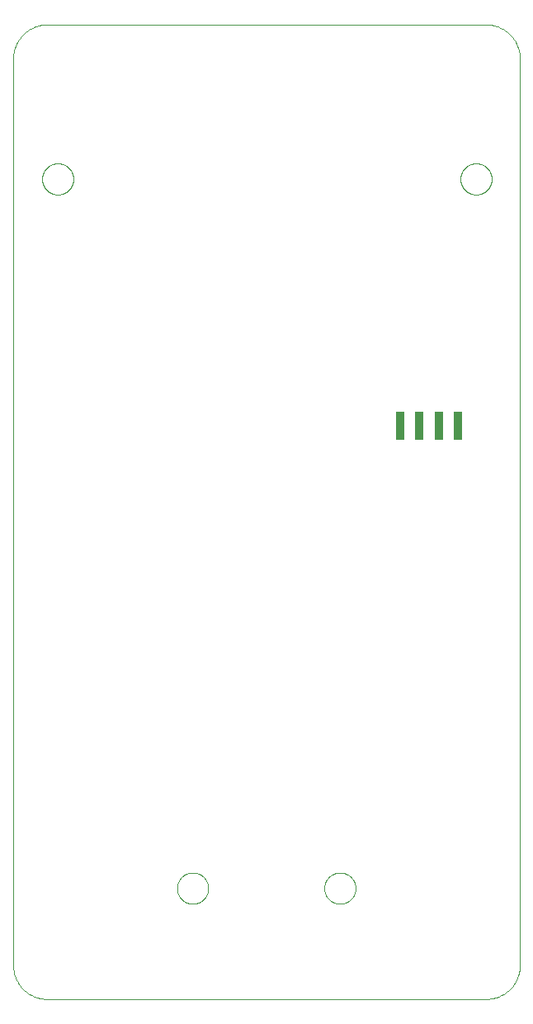
<source format=gbp>
G75*
%MOIN*%
%OFA0B0*%
%FSLAX25Y25*%
%IPPOS*%
%LPD*%
%AMOC8*
5,1,8,0,0,1.08239X$1,22.5*
%
%ADD10C,0.00394*%
%ADD11C,0.00000*%
%ADD12R,0.03543X0.11811*%
D10*
X0008956Y0012414D02*
X0008781Y0012826D01*
X0008606Y0013238D01*
X0008450Y0013660D01*
X0008181Y0014521D01*
X0008067Y0014961D01*
X0007975Y0015408D01*
X0007882Y0015856D01*
X0007812Y0016311D01*
X0007765Y0016773D01*
X0007718Y0017234D01*
X0007693Y0017703D01*
X0007693Y0384792D01*
X0007718Y0385260D01*
X0007812Y0386183D01*
X0007882Y0386639D01*
X0007975Y0387086D01*
X0008067Y0387533D01*
X0008181Y0387973D01*
X0008316Y0388404D01*
X0008450Y0388835D01*
X0008606Y0389257D01*
X0008781Y0389668D01*
X0008956Y0390080D01*
X0009150Y0390482D01*
X0009363Y0390872D01*
X0009576Y0391263D01*
X0009807Y0391642D01*
X0010055Y0392008D01*
X0010303Y0392375D01*
X0010569Y0392729D01*
X0010850Y0393070D01*
X0011131Y0393411D01*
X0011429Y0393738D01*
X0011741Y0394050D01*
X0012053Y0394362D01*
X0012380Y0394659D01*
X0012721Y0394941D01*
X0013061Y0395222D01*
X0013416Y0395488D01*
X0013782Y0395736D01*
X0014149Y0395984D01*
X0014528Y0396215D01*
X0014919Y0396428D01*
X0015309Y0396641D01*
X0015711Y0396835D01*
X0016122Y0397010D01*
X0016534Y0397185D01*
X0016956Y0397341D01*
X0017387Y0397475D01*
X0017818Y0397610D01*
X0018257Y0397724D01*
X0019152Y0397908D01*
X0019607Y0397979D01*
X0020069Y0398026D01*
X0020531Y0398073D01*
X0020999Y0398098D01*
X0199112Y0398098D01*
X0199580Y0398073D01*
X0200042Y0398026D01*
X0200504Y0397979D01*
X0200959Y0397908D01*
X0201854Y0397724D01*
X0202293Y0397610D01*
X0202724Y0397475D01*
X0203155Y0397341D01*
X0203577Y0397185D01*
X0203989Y0397010D01*
X0204400Y0396835D01*
X0204802Y0396641D01*
X0205192Y0396428D01*
X0205583Y0396215D01*
X0205962Y0395984D01*
X0206695Y0395488D01*
X0207050Y0395222D01*
X0207731Y0394659D01*
X0208058Y0394362D01*
X0208682Y0393738D01*
X0208980Y0393411D01*
X0209261Y0393070D01*
X0209542Y0392729D01*
X0209808Y0392375D01*
X0210056Y0392008D01*
X0210304Y0391642D01*
X0210535Y0391263D01*
X0210748Y0390872D01*
X0210961Y0390482D01*
X0211155Y0390080D01*
X0211330Y0389668D01*
X0211505Y0389257D01*
X0211661Y0388835D01*
X0211796Y0388404D01*
X0211930Y0387973D01*
X0212044Y0387533D01*
X0212136Y0387086D01*
X0212229Y0386639D01*
X0212299Y0386183D01*
X0212393Y0385260D01*
X0212418Y0384792D01*
X0212418Y0017676D01*
X0212418Y0017703D02*
X0212393Y0017234D01*
X0212346Y0016773D01*
X0212299Y0016311D01*
X0212229Y0015856D01*
X0212136Y0015408D01*
X0212044Y0014961D01*
X0211930Y0014521D01*
X0211796Y0014090D01*
X0211661Y0013660D01*
X0211505Y0013238D01*
X0211330Y0012826D01*
X0211155Y0012414D01*
X0210961Y0012013D01*
X0210748Y0011622D01*
X0210535Y0011232D01*
X0210304Y0010853D01*
X0210056Y0010486D01*
X0209808Y0010119D01*
X0209542Y0009765D01*
X0209261Y0009424D01*
X0208980Y0009084D01*
X0208682Y0008757D01*
X0208058Y0008132D01*
X0207731Y0007835D01*
X0207390Y0007554D01*
X0207050Y0007272D01*
X0206695Y0007007D01*
X0206329Y0006758D01*
X0205962Y0006510D01*
X0205583Y0006279D01*
X0205192Y0006066D01*
X0204802Y0005853D01*
X0204400Y0005659D01*
X0203989Y0005484D01*
X0203577Y0005309D01*
X0203155Y0005154D01*
X0202724Y0005019D01*
X0202293Y0004884D01*
X0201854Y0004770D01*
X0200959Y0004586D01*
X0200504Y0004516D01*
X0200042Y0004468D01*
X0199580Y0004421D01*
X0199112Y0004397D01*
X0020999Y0004397D01*
X0020531Y0004421D01*
X0020069Y0004468D01*
X0019607Y0004516D01*
X0019152Y0004586D01*
X0018257Y0004770D01*
X0017818Y0004884D01*
X0017387Y0005019D01*
X0016956Y0005154D01*
X0016534Y0005309D01*
X0016122Y0005484D01*
X0015711Y0005659D01*
X0015309Y0005853D01*
X0014919Y0006066D01*
X0014528Y0006279D01*
X0014149Y0006510D01*
X0013782Y0006758D01*
X0013416Y0007007D01*
X0013061Y0007272D01*
X0012721Y0007554D01*
X0012380Y0007835D01*
X0012053Y0008132D01*
X0011741Y0008445D01*
X0011429Y0008757D01*
X0011131Y0009084D01*
X0010850Y0009424D01*
X0010569Y0009765D01*
X0010303Y0010119D01*
X0010055Y0010486D01*
X0009807Y0010853D01*
X0009576Y0011232D01*
X0009363Y0011622D01*
X0009150Y0012013D01*
X0008956Y0012414D01*
D11*
X0073901Y0049200D02*
X0073903Y0049358D01*
X0073909Y0049516D01*
X0073919Y0049674D01*
X0073933Y0049832D01*
X0073951Y0049989D01*
X0073972Y0050146D01*
X0073998Y0050302D01*
X0074028Y0050458D01*
X0074061Y0050613D01*
X0074099Y0050766D01*
X0074140Y0050919D01*
X0074185Y0051071D01*
X0074234Y0051222D01*
X0074287Y0051371D01*
X0074343Y0051519D01*
X0074403Y0051665D01*
X0074467Y0051810D01*
X0074535Y0051953D01*
X0074606Y0052095D01*
X0074680Y0052235D01*
X0074758Y0052372D01*
X0074840Y0052508D01*
X0074924Y0052642D01*
X0075013Y0052773D01*
X0075104Y0052902D01*
X0075199Y0053029D01*
X0075296Y0053154D01*
X0075397Y0053276D01*
X0075501Y0053395D01*
X0075608Y0053512D01*
X0075718Y0053626D01*
X0075831Y0053737D01*
X0075946Y0053846D01*
X0076064Y0053951D01*
X0076185Y0054053D01*
X0076308Y0054153D01*
X0076434Y0054249D01*
X0076562Y0054342D01*
X0076692Y0054432D01*
X0076825Y0054518D01*
X0076960Y0054602D01*
X0077096Y0054681D01*
X0077235Y0054758D01*
X0077376Y0054830D01*
X0077518Y0054900D01*
X0077662Y0054965D01*
X0077808Y0055027D01*
X0077955Y0055085D01*
X0078104Y0055140D01*
X0078254Y0055191D01*
X0078405Y0055238D01*
X0078557Y0055281D01*
X0078710Y0055320D01*
X0078865Y0055356D01*
X0079020Y0055387D01*
X0079176Y0055415D01*
X0079332Y0055439D01*
X0079489Y0055459D01*
X0079647Y0055475D01*
X0079804Y0055487D01*
X0079963Y0055495D01*
X0080121Y0055499D01*
X0080279Y0055499D01*
X0080437Y0055495D01*
X0080596Y0055487D01*
X0080753Y0055475D01*
X0080911Y0055459D01*
X0081068Y0055439D01*
X0081224Y0055415D01*
X0081380Y0055387D01*
X0081535Y0055356D01*
X0081690Y0055320D01*
X0081843Y0055281D01*
X0081995Y0055238D01*
X0082146Y0055191D01*
X0082296Y0055140D01*
X0082445Y0055085D01*
X0082592Y0055027D01*
X0082738Y0054965D01*
X0082882Y0054900D01*
X0083024Y0054830D01*
X0083165Y0054758D01*
X0083304Y0054681D01*
X0083440Y0054602D01*
X0083575Y0054518D01*
X0083708Y0054432D01*
X0083838Y0054342D01*
X0083966Y0054249D01*
X0084092Y0054153D01*
X0084215Y0054053D01*
X0084336Y0053951D01*
X0084454Y0053846D01*
X0084569Y0053737D01*
X0084682Y0053626D01*
X0084792Y0053512D01*
X0084899Y0053395D01*
X0085003Y0053276D01*
X0085104Y0053154D01*
X0085201Y0053029D01*
X0085296Y0052902D01*
X0085387Y0052773D01*
X0085476Y0052642D01*
X0085560Y0052508D01*
X0085642Y0052372D01*
X0085720Y0052235D01*
X0085794Y0052095D01*
X0085865Y0051953D01*
X0085933Y0051810D01*
X0085997Y0051665D01*
X0086057Y0051519D01*
X0086113Y0051371D01*
X0086166Y0051222D01*
X0086215Y0051071D01*
X0086260Y0050919D01*
X0086301Y0050766D01*
X0086339Y0050613D01*
X0086372Y0050458D01*
X0086402Y0050302D01*
X0086428Y0050146D01*
X0086449Y0049989D01*
X0086467Y0049832D01*
X0086481Y0049674D01*
X0086491Y0049516D01*
X0086497Y0049358D01*
X0086499Y0049200D01*
X0086497Y0049042D01*
X0086491Y0048884D01*
X0086481Y0048726D01*
X0086467Y0048568D01*
X0086449Y0048411D01*
X0086428Y0048254D01*
X0086402Y0048098D01*
X0086372Y0047942D01*
X0086339Y0047787D01*
X0086301Y0047634D01*
X0086260Y0047481D01*
X0086215Y0047329D01*
X0086166Y0047178D01*
X0086113Y0047029D01*
X0086057Y0046881D01*
X0085997Y0046735D01*
X0085933Y0046590D01*
X0085865Y0046447D01*
X0085794Y0046305D01*
X0085720Y0046165D01*
X0085642Y0046028D01*
X0085560Y0045892D01*
X0085476Y0045758D01*
X0085387Y0045627D01*
X0085296Y0045498D01*
X0085201Y0045371D01*
X0085104Y0045246D01*
X0085003Y0045124D01*
X0084899Y0045005D01*
X0084792Y0044888D01*
X0084682Y0044774D01*
X0084569Y0044663D01*
X0084454Y0044554D01*
X0084336Y0044449D01*
X0084215Y0044347D01*
X0084092Y0044247D01*
X0083966Y0044151D01*
X0083838Y0044058D01*
X0083708Y0043968D01*
X0083575Y0043882D01*
X0083440Y0043798D01*
X0083304Y0043719D01*
X0083165Y0043642D01*
X0083024Y0043570D01*
X0082882Y0043500D01*
X0082738Y0043435D01*
X0082592Y0043373D01*
X0082445Y0043315D01*
X0082296Y0043260D01*
X0082146Y0043209D01*
X0081995Y0043162D01*
X0081843Y0043119D01*
X0081690Y0043080D01*
X0081535Y0043044D01*
X0081380Y0043013D01*
X0081224Y0042985D01*
X0081068Y0042961D01*
X0080911Y0042941D01*
X0080753Y0042925D01*
X0080596Y0042913D01*
X0080437Y0042905D01*
X0080279Y0042901D01*
X0080121Y0042901D01*
X0079963Y0042905D01*
X0079804Y0042913D01*
X0079647Y0042925D01*
X0079489Y0042941D01*
X0079332Y0042961D01*
X0079176Y0042985D01*
X0079020Y0043013D01*
X0078865Y0043044D01*
X0078710Y0043080D01*
X0078557Y0043119D01*
X0078405Y0043162D01*
X0078254Y0043209D01*
X0078104Y0043260D01*
X0077955Y0043315D01*
X0077808Y0043373D01*
X0077662Y0043435D01*
X0077518Y0043500D01*
X0077376Y0043570D01*
X0077235Y0043642D01*
X0077096Y0043719D01*
X0076960Y0043798D01*
X0076825Y0043882D01*
X0076692Y0043968D01*
X0076562Y0044058D01*
X0076434Y0044151D01*
X0076308Y0044247D01*
X0076185Y0044347D01*
X0076064Y0044449D01*
X0075946Y0044554D01*
X0075831Y0044663D01*
X0075718Y0044774D01*
X0075608Y0044888D01*
X0075501Y0045005D01*
X0075397Y0045124D01*
X0075296Y0045246D01*
X0075199Y0045371D01*
X0075104Y0045498D01*
X0075013Y0045627D01*
X0074924Y0045758D01*
X0074840Y0045892D01*
X0074758Y0046028D01*
X0074680Y0046165D01*
X0074606Y0046305D01*
X0074535Y0046447D01*
X0074467Y0046590D01*
X0074403Y0046735D01*
X0074343Y0046881D01*
X0074287Y0047029D01*
X0074234Y0047178D01*
X0074185Y0047329D01*
X0074140Y0047481D01*
X0074099Y0047634D01*
X0074061Y0047787D01*
X0074028Y0047942D01*
X0073998Y0048098D01*
X0073972Y0048254D01*
X0073951Y0048411D01*
X0073933Y0048568D01*
X0073919Y0048726D01*
X0073909Y0048884D01*
X0073903Y0049042D01*
X0073901Y0049200D01*
X0133401Y0049200D02*
X0133403Y0049358D01*
X0133409Y0049516D01*
X0133419Y0049674D01*
X0133433Y0049832D01*
X0133451Y0049989D01*
X0133472Y0050146D01*
X0133498Y0050302D01*
X0133528Y0050458D01*
X0133561Y0050613D01*
X0133599Y0050766D01*
X0133640Y0050919D01*
X0133685Y0051071D01*
X0133734Y0051222D01*
X0133787Y0051371D01*
X0133843Y0051519D01*
X0133903Y0051665D01*
X0133967Y0051810D01*
X0134035Y0051953D01*
X0134106Y0052095D01*
X0134180Y0052235D01*
X0134258Y0052372D01*
X0134340Y0052508D01*
X0134424Y0052642D01*
X0134513Y0052773D01*
X0134604Y0052902D01*
X0134699Y0053029D01*
X0134796Y0053154D01*
X0134897Y0053276D01*
X0135001Y0053395D01*
X0135108Y0053512D01*
X0135218Y0053626D01*
X0135331Y0053737D01*
X0135446Y0053846D01*
X0135564Y0053951D01*
X0135685Y0054053D01*
X0135808Y0054153D01*
X0135934Y0054249D01*
X0136062Y0054342D01*
X0136192Y0054432D01*
X0136325Y0054518D01*
X0136460Y0054602D01*
X0136596Y0054681D01*
X0136735Y0054758D01*
X0136876Y0054830D01*
X0137018Y0054900D01*
X0137162Y0054965D01*
X0137308Y0055027D01*
X0137455Y0055085D01*
X0137604Y0055140D01*
X0137754Y0055191D01*
X0137905Y0055238D01*
X0138057Y0055281D01*
X0138210Y0055320D01*
X0138365Y0055356D01*
X0138520Y0055387D01*
X0138676Y0055415D01*
X0138832Y0055439D01*
X0138989Y0055459D01*
X0139147Y0055475D01*
X0139304Y0055487D01*
X0139463Y0055495D01*
X0139621Y0055499D01*
X0139779Y0055499D01*
X0139937Y0055495D01*
X0140096Y0055487D01*
X0140253Y0055475D01*
X0140411Y0055459D01*
X0140568Y0055439D01*
X0140724Y0055415D01*
X0140880Y0055387D01*
X0141035Y0055356D01*
X0141190Y0055320D01*
X0141343Y0055281D01*
X0141495Y0055238D01*
X0141646Y0055191D01*
X0141796Y0055140D01*
X0141945Y0055085D01*
X0142092Y0055027D01*
X0142238Y0054965D01*
X0142382Y0054900D01*
X0142524Y0054830D01*
X0142665Y0054758D01*
X0142804Y0054681D01*
X0142940Y0054602D01*
X0143075Y0054518D01*
X0143208Y0054432D01*
X0143338Y0054342D01*
X0143466Y0054249D01*
X0143592Y0054153D01*
X0143715Y0054053D01*
X0143836Y0053951D01*
X0143954Y0053846D01*
X0144069Y0053737D01*
X0144182Y0053626D01*
X0144292Y0053512D01*
X0144399Y0053395D01*
X0144503Y0053276D01*
X0144604Y0053154D01*
X0144701Y0053029D01*
X0144796Y0052902D01*
X0144887Y0052773D01*
X0144976Y0052642D01*
X0145060Y0052508D01*
X0145142Y0052372D01*
X0145220Y0052235D01*
X0145294Y0052095D01*
X0145365Y0051953D01*
X0145433Y0051810D01*
X0145497Y0051665D01*
X0145557Y0051519D01*
X0145613Y0051371D01*
X0145666Y0051222D01*
X0145715Y0051071D01*
X0145760Y0050919D01*
X0145801Y0050766D01*
X0145839Y0050613D01*
X0145872Y0050458D01*
X0145902Y0050302D01*
X0145928Y0050146D01*
X0145949Y0049989D01*
X0145967Y0049832D01*
X0145981Y0049674D01*
X0145991Y0049516D01*
X0145997Y0049358D01*
X0145999Y0049200D01*
X0145997Y0049042D01*
X0145991Y0048884D01*
X0145981Y0048726D01*
X0145967Y0048568D01*
X0145949Y0048411D01*
X0145928Y0048254D01*
X0145902Y0048098D01*
X0145872Y0047942D01*
X0145839Y0047787D01*
X0145801Y0047634D01*
X0145760Y0047481D01*
X0145715Y0047329D01*
X0145666Y0047178D01*
X0145613Y0047029D01*
X0145557Y0046881D01*
X0145497Y0046735D01*
X0145433Y0046590D01*
X0145365Y0046447D01*
X0145294Y0046305D01*
X0145220Y0046165D01*
X0145142Y0046028D01*
X0145060Y0045892D01*
X0144976Y0045758D01*
X0144887Y0045627D01*
X0144796Y0045498D01*
X0144701Y0045371D01*
X0144604Y0045246D01*
X0144503Y0045124D01*
X0144399Y0045005D01*
X0144292Y0044888D01*
X0144182Y0044774D01*
X0144069Y0044663D01*
X0143954Y0044554D01*
X0143836Y0044449D01*
X0143715Y0044347D01*
X0143592Y0044247D01*
X0143466Y0044151D01*
X0143338Y0044058D01*
X0143208Y0043968D01*
X0143075Y0043882D01*
X0142940Y0043798D01*
X0142804Y0043719D01*
X0142665Y0043642D01*
X0142524Y0043570D01*
X0142382Y0043500D01*
X0142238Y0043435D01*
X0142092Y0043373D01*
X0141945Y0043315D01*
X0141796Y0043260D01*
X0141646Y0043209D01*
X0141495Y0043162D01*
X0141343Y0043119D01*
X0141190Y0043080D01*
X0141035Y0043044D01*
X0140880Y0043013D01*
X0140724Y0042985D01*
X0140568Y0042961D01*
X0140411Y0042941D01*
X0140253Y0042925D01*
X0140096Y0042913D01*
X0139937Y0042905D01*
X0139779Y0042901D01*
X0139621Y0042901D01*
X0139463Y0042905D01*
X0139304Y0042913D01*
X0139147Y0042925D01*
X0138989Y0042941D01*
X0138832Y0042961D01*
X0138676Y0042985D01*
X0138520Y0043013D01*
X0138365Y0043044D01*
X0138210Y0043080D01*
X0138057Y0043119D01*
X0137905Y0043162D01*
X0137754Y0043209D01*
X0137604Y0043260D01*
X0137455Y0043315D01*
X0137308Y0043373D01*
X0137162Y0043435D01*
X0137018Y0043500D01*
X0136876Y0043570D01*
X0136735Y0043642D01*
X0136596Y0043719D01*
X0136460Y0043798D01*
X0136325Y0043882D01*
X0136192Y0043968D01*
X0136062Y0044058D01*
X0135934Y0044151D01*
X0135808Y0044247D01*
X0135685Y0044347D01*
X0135564Y0044449D01*
X0135446Y0044554D01*
X0135331Y0044663D01*
X0135218Y0044774D01*
X0135108Y0044888D01*
X0135001Y0045005D01*
X0134897Y0045124D01*
X0134796Y0045246D01*
X0134699Y0045371D01*
X0134604Y0045498D01*
X0134513Y0045627D01*
X0134424Y0045758D01*
X0134340Y0045892D01*
X0134258Y0046028D01*
X0134180Y0046165D01*
X0134106Y0046305D01*
X0134035Y0046447D01*
X0133967Y0046590D01*
X0133903Y0046735D01*
X0133843Y0046881D01*
X0133787Y0047029D01*
X0133734Y0047178D01*
X0133685Y0047329D01*
X0133640Y0047481D01*
X0133599Y0047634D01*
X0133561Y0047787D01*
X0133528Y0047942D01*
X0133498Y0048098D01*
X0133472Y0048254D01*
X0133451Y0048411D01*
X0133433Y0048568D01*
X0133419Y0048726D01*
X0133409Y0048884D01*
X0133403Y0049042D01*
X0133401Y0049200D01*
X0188401Y0335700D02*
X0188403Y0335858D01*
X0188409Y0336016D01*
X0188419Y0336174D01*
X0188433Y0336332D01*
X0188451Y0336489D01*
X0188472Y0336646D01*
X0188498Y0336802D01*
X0188528Y0336958D01*
X0188561Y0337113D01*
X0188599Y0337266D01*
X0188640Y0337419D01*
X0188685Y0337571D01*
X0188734Y0337722D01*
X0188787Y0337871D01*
X0188843Y0338019D01*
X0188903Y0338165D01*
X0188967Y0338310D01*
X0189035Y0338453D01*
X0189106Y0338595D01*
X0189180Y0338735D01*
X0189258Y0338872D01*
X0189340Y0339008D01*
X0189424Y0339142D01*
X0189513Y0339273D01*
X0189604Y0339402D01*
X0189699Y0339529D01*
X0189796Y0339654D01*
X0189897Y0339776D01*
X0190001Y0339895D01*
X0190108Y0340012D01*
X0190218Y0340126D01*
X0190331Y0340237D01*
X0190446Y0340346D01*
X0190564Y0340451D01*
X0190685Y0340553D01*
X0190808Y0340653D01*
X0190934Y0340749D01*
X0191062Y0340842D01*
X0191192Y0340932D01*
X0191325Y0341018D01*
X0191460Y0341102D01*
X0191596Y0341181D01*
X0191735Y0341258D01*
X0191876Y0341330D01*
X0192018Y0341400D01*
X0192162Y0341465D01*
X0192308Y0341527D01*
X0192455Y0341585D01*
X0192604Y0341640D01*
X0192754Y0341691D01*
X0192905Y0341738D01*
X0193057Y0341781D01*
X0193210Y0341820D01*
X0193365Y0341856D01*
X0193520Y0341887D01*
X0193676Y0341915D01*
X0193832Y0341939D01*
X0193989Y0341959D01*
X0194147Y0341975D01*
X0194304Y0341987D01*
X0194463Y0341995D01*
X0194621Y0341999D01*
X0194779Y0341999D01*
X0194937Y0341995D01*
X0195096Y0341987D01*
X0195253Y0341975D01*
X0195411Y0341959D01*
X0195568Y0341939D01*
X0195724Y0341915D01*
X0195880Y0341887D01*
X0196035Y0341856D01*
X0196190Y0341820D01*
X0196343Y0341781D01*
X0196495Y0341738D01*
X0196646Y0341691D01*
X0196796Y0341640D01*
X0196945Y0341585D01*
X0197092Y0341527D01*
X0197238Y0341465D01*
X0197382Y0341400D01*
X0197524Y0341330D01*
X0197665Y0341258D01*
X0197804Y0341181D01*
X0197940Y0341102D01*
X0198075Y0341018D01*
X0198208Y0340932D01*
X0198338Y0340842D01*
X0198466Y0340749D01*
X0198592Y0340653D01*
X0198715Y0340553D01*
X0198836Y0340451D01*
X0198954Y0340346D01*
X0199069Y0340237D01*
X0199182Y0340126D01*
X0199292Y0340012D01*
X0199399Y0339895D01*
X0199503Y0339776D01*
X0199604Y0339654D01*
X0199701Y0339529D01*
X0199796Y0339402D01*
X0199887Y0339273D01*
X0199976Y0339142D01*
X0200060Y0339008D01*
X0200142Y0338872D01*
X0200220Y0338735D01*
X0200294Y0338595D01*
X0200365Y0338453D01*
X0200433Y0338310D01*
X0200497Y0338165D01*
X0200557Y0338019D01*
X0200613Y0337871D01*
X0200666Y0337722D01*
X0200715Y0337571D01*
X0200760Y0337419D01*
X0200801Y0337266D01*
X0200839Y0337113D01*
X0200872Y0336958D01*
X0200902Y0336802D01*
X0200928Y0336646D01*
X0200949Y0336489D01*
X0200967Y0336332D01*
X0200981Y0336174D01*
X0200991Y0336016D01*
X0200997Y0335858D01*
X0200999Y0335700D01*
X0200997Y0335542D01*
X0200991Y0335384D01*
X0200981Y0335226D01*
X0200967Y0335068D01*
X0200949Y0334911D01*
X0200928Y0334754D01*
X0200902Y0334598D01*
X0200872Y0334442D01*
X0200839Y0334287D01*
X0200801Y0334134D01*
X0200760Y0333981D01*
X0200715Y0333829D01*
X0200666Y0333678D01*
X0200613Y0333529D01*
X0200557Y0333381D01*
X0200497Y0333235D01*
X0200433Y0333090D01*
X0200365Y0332947D01*
X0200294Y0332805D01*
X0200220Y0332665D01*
X0200142Y0332528D01*
X0200060Y0332392D01*
X0199976Y0332258D01*
X0199887Y0332127D01*
X0199796Y0331998D01*
X0199701Y0331871D01*
X0199604Y0331746D01*
X0199503Y0331624D01*
X0199399Y0331505D01*
X0199292Y0331388D01*
X0199182Y0331274D01*
X0199069Y0331163D01*
X0198954Y0331054D01*
X0198836Y0330949D01*
X0198715Y0330847D01*
X0198592Y0330747D01*
X0198466Y0330651D01*
X0198338Y0330558D01*
X0198208Y0330468D01*
X0198075Y0330382D01*
X0197940Y0330298D01*
X0197804Y0330219D01*
X0197665Y0330142D01*
X0197524Y0330070D01*
X0197382Y0330000D01*
X0197238Y0329935D01*
X0197092Y0329873D01*
X0196945Y0329815D01*
X0196796Y0329760D01*
X0196646Y0329709D01*
X0196495Y0329662D01*
X0196343Y0329619D01*
X0196190Y0329580D01*
X0196035Y0329544D01*
X0195880Y0329513D01*
X0195724Y0329485D01*
X0195568Y0329461D01*
X0195411Y0329441D01*
X0195253Y0329425D01*
X0195096Y0329413D01*
X0194937Y0329405D01*
X0194779Y0329401D01*
X0194621Y0329401D01*
X0194463Y0329405D01*
X0194304Y0329413D01*
X0194147Y0329425D01*
X0193989Y0329441D01*
X0193832Y0329461D01*
X0193676Y0329485D01*
X0193520Y0329513D01*
X0193365Y0329544D01*
X0193210Y0329580D01*
X0193057Y0329619D01*
X0192905Y0329662D01*
X0192754Y0329709D01*
X0192604Y0329760D01*
X0192455Y0329815D01*
X0192308Y0329873D01*
X0192162Y0329935D01*
X0192018Y0330000D01*
X0191876Y0330070D01*
X0191735Y0330142D01*
X0191596Y0330219D01*
X0191460Y0330298D01*
X0191325Y0330382D01*
X0191192Y0330468D01*
X0191062Y0330558D01*
X0190934Y0330651D01*
X0190808Y0330747D01*
X0190685Y0330847D01*
X0190564Y0330949D01*
X0190446Y0331054D01*
X0190331Y0331163D01*
X0190218Y0331274D01*
X0190108Y0331388D01*
X0190001Y0331505D01*
X0189897Y0331624D01*
X0189796Y0331746D01*
X0189699Y0331871D01*
X0189604Y0331998D01*
X0189513Y0332127D01*
X0189424Y0332258D01*
X0189340Y0332392D01*
X0189258Y0332528D01*
X0189180Y0332665D01*
X0189106Y0332805D01*
X0189035Y0332947D01*
X0188967Y0333090D01*
X0188903Y0333235D01*
X0188843Y0333381D01*
X0188787Y0333529D01*
X0188734Y0333678D01*
X0188685Y0333829D01*
X0188640Y0333981D01*
X0188599Y0334134D01*
X0188561Y0334287D01*
X0188528Y0334442D01*
X0188498Y0334598D01*
X0188472Y0334754D01*
X0188451Y0334911D01*
X0188433Y0335068D01*
X0188419Y0335226D01*
X0188409Y0335384D01*
X0188403Y0335542D01*
X0188401Y0335700D01*
X0019401Y0335700D02*
X0019403Y0335858D01*
X0019409Y0336016D01*
X0019419Y0336174D01*
X0019433Y0336332D01*
X0019451Y0336489D01*
X0019472Y0336646D01*
X0019498Y0336802D01*
X0019528Y0336958D01*
X0019561Y0337113D01*
X0019599Y0337266D01*
X0019640Y0337419D01*
X0019685Y0337571D01*
X0019734Y0337722D01*
X0019787Y0337871D01*
X0019843Y0338019D01*
X0019903Y0338165D01*
X0019967Y0338310D01*
X0020035Y0338453D01*
X0020106Y0338595D01*
X0020180Y0338735D01*
X0020258Y0338872D01*
X0020340Y0339008D01*
X0020424Y0339142D01*
X0020513Y0339273D01*
X0020604Y0339402D01*
X0020699Y0339529D01*
X0020796Y0339654D01*
X0020897Y0339776D01*
X0021001Y0339895D01*
X0021108Y0340012D01*
X0021218Y0340126D01*
X0021331Y0340237D01*
X0021446Y0340346D01*
X0021564Y0340451D01*
X0021685Y0340553D01*
X0021808Y0340653D01*
X0021934Y0340749D01*
X0022062Y0340842D01*
X0022192Y0340932D01*
X0022325Y0341018D01*
X0022460Y0341102D01*
X0022596Y0341181D01*
X0022735Y0341258D01*
X0022876Y0341330D01*
X0023018Y0341400D01*
X0023162Y0341465D01*
X0023308Y0341527D01*
X0023455Y0341585D01*
X0023604Y0341640D01*
X0023754Y0341691D01*
X0023905Y0341738D01*
X0024057Y0341781D01*
X0024210Y0341820D01*
X0024365Y0341856D01*
X0024520Y0341887D01*
X0024676Y0341915D01*
X0024832Y0341939D01*
X0024989Y0341959D01*
X0025147Y0341975D01*
X0025304Y0341987D01*
X0025463Y0341995D01*
X0025621Y0341999D01*
X0025779Y0341999D01*
X0025937Y0341995D01*
X0026096Y0341987D01*
X0026253Y0341975D01*
X0026411Y0341959D01*
X0026568Y0341939D01*
X0026724Y0341915D01*
X0026880Y0341887D01*
X0027035Y0341856D01*
X0027190Y0341820D01*
X0027343Y0341781D01*
X0027495Y0341738D01*
X0027646Y0341691D01*
X0027796Y0341640D01*
X0027945Y0341585D01*
X0028092Y0341527D01*
X0028238Y0341465D01*
X0028382Y0341400D01*
X0028524Y0341330D01*
X0028665Y0341258D01*
X0028804Y0341181D01*
X0028940Y0341102D01*
X0029075Y0341018D01*
X0029208Y0340932D01*
X0029338Y0340842D01*
X0029466Y0340749D01*
X0029592Y0340653D01*
X0029715Y0340553D01*
X0029836Y0340451D01*
X0029954Y0340346D01*
X0030069Y0340237D01*
X0030182Y0340126D01*
X0030292Y0340012D01*
X0030399Y0339895D01*
X0030503Y0339776D01*
X0030604Y0339654D01*
X0030701Y0339529D01*
X0030796Y0339402D01*
X0030887Y0339273D01*
X0030976Y0339142D01*
X0031060Y0339008D01*
X0031142Y0338872D01*
X0031220Y0338735D01*
X0031294Y0338595D01*
X0031365Y0338453D01*
X0031433Y0338310D01*
X0031497Y0338165D01*
X0031557Y0338019D01*
X0031613Y0337871D01*
X0031666Y0337722D01*
X0031715Y0337571D01*
X0031760Y0337419D01*
X0031801Y0337266D01*
X0031839Y0337113D01*
X0031872Y0336958D01*
X0031902Y0336802D01*
X0031928Y0336646D01*
X0031949Y0336489D01*
X0031967Y0336332D01*
X0031981Y0336174D01*
X0031991Y0336016D01*
X0031997Y0335858D01*
X0031999Y0335700D01*
X0031997Y0335542D01*
X0031991Y0335384D01*
X0031981Y0335226D01*
X0031967Y0335068D01*
X0031949Y0334911D01*
X0031928Y0334754D01*
X0031902Y0334598D01*
X0031872Y0334442D01*
X0031839Y0334287D01*
X0031801Y0334134D01*
X0031760Y0333981D01*
X0031715Y0333829D01*
X0031666Y0333678D01*
X0031613Y0333529D01*
X0031557Y0333381D01*
X0031497Y0333235D01*
X0031433Y0333090D01*
X0031365Y0332947D01*
X0031294Y0332805D01*
X0031220Y0332665D01*
X0031142Y0332528D01*
X0031060Y0332392D01*
X0030976Y0332258D01*
X0030887Y0332127D01*
X0030796Y0331998D01*
X0030701Y0331871D01*
X0030604Y0331746D01*
X0030503Y0331624D01*
X0030399Y0331505D01*
X0030292Y0331388D01*
X0030182Y0331274D01*
X0030069Y0331163D01*
X0029954Y0331054D01*
X0029836Y0330949D01*
X0029715Y0330847D01*
X0029592Y0330747D01*
X0029466Y0330651D01*
X0029338Y0330558D01*
X0029208Y0330468D01*
X0029075Y0330382D01*
X0028940Y0330298D01*
X0028804Y0330219D01*
X0028665Y0330142D01*
X0028524Y0330070D01*
X0028382Y0330000D01*
X0028238Y0329935D01*
X0028092Y0329873D01*
X0027945Y0329815D01*
X0027796Y0329760D01*
X0027646Y0329709D01*
X0027495Y0329662D01*
X0027343Y0329619D01*
X0027190Y0329580D01*
X0027035Y0329544D01*
X0026880Y0329513D01*
X0026724Y0329485D01*
X0026568Y0329461D01*
X0026411Y0329441D01*
X0026253Y0329425D01*
X0026096Y0329413D01*
X0025937Y0329405D01*
X0025779Y0329401D01*
X0025621Y0329401D01*
X0025463Y0329405D01*
X0025304Y0329413D01*
X0025147Y0329425D01*
X0024989Y0329441D01*
X0024832Y0329461D01*
X0024676Y0329485D01*
X0024520Y0329513D01*
X0024365Y0329544D01*
X0024210Y0329580D01*
X0024057Y0329619D01*
X0023905Y0329662D01*
X0023754Y0329709D01*
X0023604Y0329760D01*
X0023455Y0329815D01*
X0023308Y0329873D01*
X0023162Y0329935D01*
X0023018Y0330000D01*
X0022876Y0330070D01*
X0022735Y0330142D01*
X0022596Y0330219D01*
X0022460Y0330298D01*
X0022325Y0330382D01*
X0022192Y0330468D01*
X0022062Y0330558D01*
X0021934Y0330651D01*
X0021808Y0330747D01*
X0021685Y0330847D01*
X0021564Y0330949D01*
X0021446Y0331054D01*
X0021331Y0331163D01*
X0021218Y0331274D01*
X0021108Y0331388D01*
X0021001Y0331505D01*
X0020897Y0331624D01*
X0020796Y0331746D01*
X0020699Y0331871D01*
X0020604Y0331998D01*
X0020513Y0332127D01*
X0020424Y0332258D01*
X0020340Y0332392D01*
X0020258Y0332528D01*
X0020180Y0332665D01*
X0020106Y0332805D01*
X0020035Y0332947D01*
X0019967Y0333090D01*
X0019903Y0333235D01*
X0019843Y0333381D01*
X0019787Y0333529D01*
X0019734Y0333678D01*
X0019685Y0333829D01*
X0019640Y0333981D01*
X0019599Y0334134D01*
X0019561Y0334287D01*
X0019528Y0334442D01*
X0019498Y0334598D01*
X0019472Y0334754D01*
X0019451Y0334911D01*
X0019433Y0335068D01*
X0019419Y0335226D01*
X0019409Y0335384D01*
X0019403Y0335542D01*
X0019401Y0335700D01*
D12*
X0163889Y0236117D03*
X0171763Y0236117D03*
X0179637Y0236117D03*
X0187511Y0236117D03*
M02*

</source>
